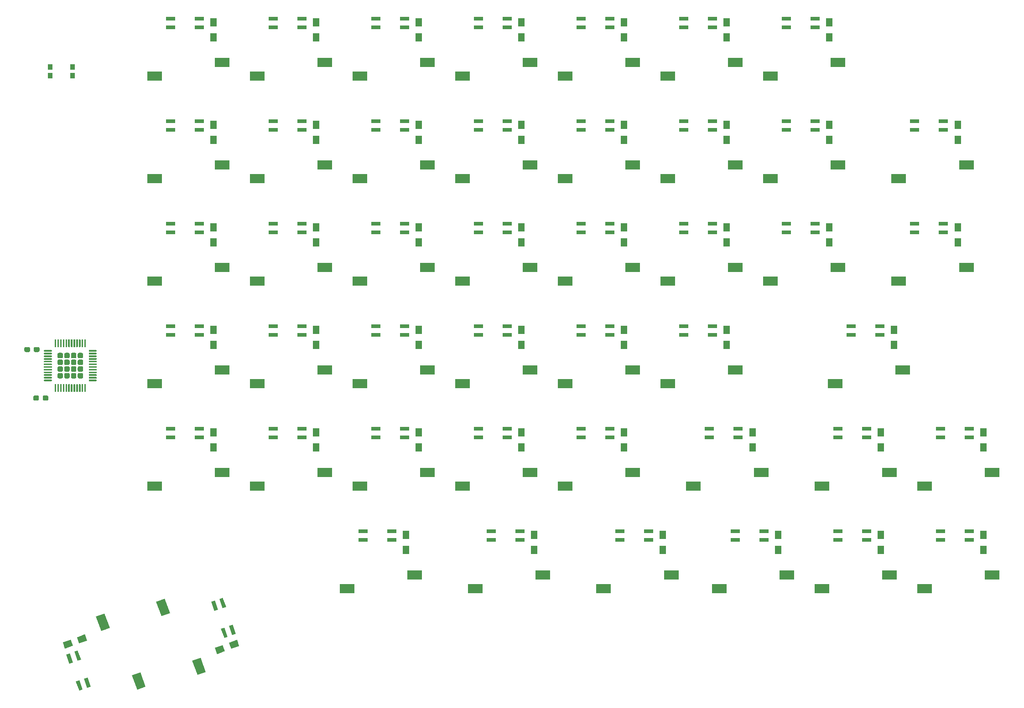
<source format=gbp>
G04 #@! TF.GenerationSoftware,KiCad,Pcbnew,(5.1.6)-1*
G04 #@! TF.CreationDate,2020-11-25T22:12:27-08:00*
G04 #@! TF.ProjectId,ortho_right,6f727468-6f5f-4726-9967-68742e6b6963,rev?*
G04 #@! TF.SameCoordinates,Original*
G04 #@! TF.FileFunction,Paste,Bot*
G04 #@! TF.FilePolarity,Positive*
%FSLAX46Y46*%
G04 Gerber Fmt 4.6, Leading zero omitted, Abs format (unit mm)*
G04 Created by KiCad (PCBNEW (5.1.6)-1) date 2020-11-25 22:12:27*
%MOMM*%
%LPD*%
G01*
G04 APERTURE LIST*
%ADD10R,1.800000X0.700000*%
%ADD11R,2.800000X1.700000*%
%ADD12R,1.200000X1.600000*%
%ADD13C,0.150000*%
%ADD14R,0.900000X1.000000*%
G04 APERTURE END LIST*
G36*
G01*
X218447100Y-84047000D02*
X218957100Y-84047000D01*
G75*
G02*
X219207100Y-84297000I0J-250000D01*
G01*
X219207100Y-84807000D01*
G75*
G02*
X218957100Y-85057000I-250000J0D01*
G01*
X218447100Y-85057000D01*
G75*
G02*
X218197100Y-84807000I0J250000D01*
G01*
X218197100Y-84297000D01*
G75*
G02*
X218447100Y-84047000I250000J0D01*
G01*
G37*
G36*
G01*
X217197100Y-84047000D02*
X217707100Y-84047000D01*
G75*
G02*
X217957100Y-84297000I0J-250000D01*
G01*
X217957100Y-84807000D01*
G75*
G02*
X217707100Y-85057000I-250000J0D01*
G01*
X217197100Y-85057000D01*
G75*
G02*
X216947100Y-84807000I0J250000D01*
G01*
X216947100Y-84297000D01*
G75*
G02*
X217197100Y-84047000I250000J0D01*
G01*
G37*
G36*
G01*
X215947100Y-84047000D02*
X216457100Y-84047000D01*
G75*
G02*
X216707100Y-84297000I0J-250000D01*
G01*
X216707100Y-84807000D01*
G75*
G02*
X216457100Y-85057000I-250000J0D01*
G01*
X215947100Y-85057000D01*
G75*
G02*
X215697100Y-84807000I0J250000D01*
G01*
X215697100Y-84297000D01*
G75*
G02*
X215947100Y-84047000I250000J0D01*
G01*
G37*
G36*
G01*
X214697100Y-84047000D02*
X215207100Y-84047000D01*
G75*
G02*
X215457100Y-84297000I0J-250000D01*
G01*
X215457100Y-84807000D01*
G75*
G02*
X215207100Y-85057000I-250000J0D01*
G01*
X214697100Y-85057000D01*
G75*
G02*
X214447100Y-84807000I0J250000D01*
G01*
X214447100Y-84297000D01*
G75*
G02*
X214697100Y-84047000I250000J0D01*
G01*
G37*
G36*
G01*
X218447100Y-82797000D02*
X218957100Y-82797000D01*
G75*
G02*
X219207100Y-83047000I0J-250000D01*
G01*
X219207100Y-83557000D01*
G75*
G02*
X218957100Y-83807000I-250000J0D01*
G01*
X218447100Y-83807000D01*
G75*
G02*
X218197100Y-83557000I0J250000D01*
G01*
X218197100Y-83047000D01*
G75*
G02*
X218447100Y-82797000I250000J0D01*
G01*
G37*
G36*
G01*
X217197100Y-82797000D02*
X217707100Y-82797000D01*
G75*
G02*
X217957100Y-83047000I0J-250000D01*
G01*
X217957100Y-83557000D01*
G75*
G02*
X217707100Y-83807000I-250000J0D01*
G01*
X217197100Y-83807000D01*
G75*
G02*
X216947100Y-83557000I0J250000D01*
G01*
X216947100Y-83047000D01*
G75*
G02*
X217197100Y-82797000I250000J0D01*
G01*
G37*
G36*
G01*
X215947100Y-82797000D02*
X216457100Y-82797000D01*
G75*
G02*
X216707100Y-83047000I0J-250000D01*
G01*
X216707100Y-83557000D01*
G75*
G02*
X216457100Y-83807000I-250000J0D01*
G01*
X215947100Y-83807000D01*
G75*
G02*
X215697100Y-83557000I0J250000D01*
G01*
X215697100Y-83047000D01*
G75*
G02*
X215947100Y-82797000I250000J0D01*
G01*
G37*
G36*
G01*
X214697100Y-82797000D02*
X215207100Y-82797000D01*
G75*
G02*
X215457100Y-83047000I0J-250000D01*
G01*
X215457100Y-83557000D01*
G75*
G02*
X215207100Y-83807000I-250000J0D01*
G01*
X214697100Y-83807000D01*
G75*
G02*
X214447100Y-83557000I0J250000D01*
G01*
X214447100Y-83047000D01*
G75*
G02*
X214697100Y-82797000I250000J0D01*
G01*
G37*
G36*
G01*
X218447100Y-81547000D02*
X218957100Y-81547000D01*
G75*
G02*
X219207100Y-81797000I0J-250000D01*
G01*
X219207100Y-82307000D01*
G75*
G02*
X218957100Y-82557000I-250000J0D01*
G01*
X218447100Y-82557000D01*
G75*
G02*
X218197100Y-82307000I0J250000D01*
G01*
X218197100Y-81797000D01*
G75*
G02*
X218447100Y-81547000I250000J0D01*
G01*
G37*
G36*
G01*
X217197100Y-81547000D02*
X217707100Y-81547000D01*
G75*
G02*
X217957100Y-81797000I0J-250000D01*
G01*
X217957100Y-82307000D01*
G75*
G02*
X217707100Y-82557000I-250000J0D01*
G01*
X217197100Y-82557000D01*
G75*
G02*
X216947100Y-82307000I0J250000D01*
G01*
X216947100Y-81797000D01*
G75*
G02*
X217197100Y-81547000I250000J0D01*
G01*
G37*
G36*
G01*
X215947100Y-81547000D02*
X216457100Y-81547000D01*
G75*
G02*
X216707100Y-81797000I0J-250000D01*
G01*
X216707100Y-82307000D01*
G75*
G02*
X216457100Y-82557000I-250000J0D01*
G01*
X215947100Y-82557000D01*
G75*
G02*
X215697100Y-82307000I0J250000D01*
G01*
X215697100Y-81797000D01*
G75*
G02*
X215947100Y-81547000I250000J0D01*
G01*
G37*
G36*
G01*
X214697100Y-81547000D02*
X215207100Y-81547000D01*
G75*
G02*
X215457100Y-81797000I0J-250000D01*
G01*
X215457100Y-82307000D01*
G75*
G02*
X215207100Y-82557000I-250000J0D01*
G01*
X214697100Y-82557000D01*
G75*
G02*
X214447100Y-82307000I0J250000D01*
G01*
X214447100Y-81797000D01*
G75*
G02*
X214697100Y-81547000I250000J0D01*
G01*
G37*
G36*
G01*
X218447100Y-80297000D02*
X218957100Y-80297000D01*
G75*
G02*
X219207100Y-80547000I0J-250000D01*
G01*
X219207100Y-81057000D01*
G75*
G02*
X218957100Y-81307000I-250000J0D01*
G01*
X218447100Y-81307000D01*
G75*
G02*
X218197100Y-81057000I0J250000D01*
G01*
X218197100Y-80547000D01*
G75*
G02*
X218447100Y-80297000I250000J0D01*
G01*
G37*
G36*
G01*
X217197100Y-80297000D02*
X217707100Y-80297000D01*
G75*
G02*
X217957100Y-80547000I0J-250000D01*
G01*
X217957100Y-81057000D01*
G75*
G02*
X217707100Y-81307000I-250000J0D01*
G01*
X217197100Y-81307000D01*
G75*
G02*
X216947100Y-81057000I0J250000D01*
G01*
X216947100Y-80547000D01*
G75*
G02*
X217197100Y-80297000I250000J0D01*
G01*
G37*
G36*
G01*
X215947100Y-80297000D02*
X216457100Y-80297000D01*
G75*
G02*
X216707100Y-80547000I0J-250000D01*
G01*
X216707100Y-81057000D01*
G75*
G02*
X216457100Y-81307000I-250000J0D01*
G01*
X215947100Y-81307000D01*
G75*
G02*
X215697100Y-81057000I0J250000D01*
G01*
X215697100Y-80547000D01*
G75*
G02*
X215947100Y-80297000I250000J0D01*
G01*
G37*
G36*
G01*
X214697100Y-80297000D02*
X215207100Y-80297000D01*
G75*
G02*
X215457100Y-80547000I0J-250000D01*
G01*
X215457100Y-81057000D01*
G75*
G02*
X215207100Y-81307000I-250000J0D01*
G01*
X214697100Y-81307000D01*
G75*
G02*
X214447100Y-81057000I0J250000D01*
G01*
X214447100Y-80547000D01*
G75*
G02*
X214697100Y-80297000I250000J0D01*
G01*
G37*
G36*
G01*
X212002100Y-79777000D02*
X213327100Y-79777000D01*
G75*
G02*
X213402100Y-79852000I0J-75000D01*
G01*
X213402100Y-80002000D01*
G75*
G02*
X213327100Y-80077000I-75000J0D01*
G01*
X212002100Y-80077000D01*
G75*
G02*
X211927100Y-80002000I0J75000D01*
G01*
X211927100Y-79852000D01*
G75*
G02*
X212002100Y-79777000I75000J0D01*
G01*
G37*
G36*
G01*
X212002100Y-80277000D02*
X213327100Y-80277000D01*
G75*
G02*
X213402100Y-80352000I0J-75000D01*
G01*
X213402100Y-80502000D01*
G75*
G02*
X213327100Y-80577000I-75000J0D01*
G01*
X212002100Y-80577000D01*
G75*
G02*
X211927100Y-80502000I0J75000D01*
G01*
X211927100Y-80352000D01*
G75*
G02*
X212002100Y-80277000I75000J0D01*
G01*
G37*
G36*
G01*
X212002100Y-80777000D02*
X213327100Y-80777000D01*
G75*
G02*
X213402100Y-80852000I0J-75000D01*
G01*
X213402100Y-81002000D01*
G75*
G02*
X213327100Y-81077000I-75000J0D01*
G01*
X212002100Y-81077000D01*
G75*
G02*
X211927100Y-81002000I0J75000D01*
G01*
X211927100Y-80852000D01*
G75*
G02*
X212002100Y-80777000I75000J0D01*
G01*
G37*
G36*
G01*
X212002100Y-81277000D02*
X213327100Y-81277000D01*
G75*
G02*
X213402100Y-81352000I0J-75000D01*
G01*
X213402100Y-81502000D01*
G75*
G02*
X213327100Y-81577000I-75000J0D01*
G01*
X212002100Y-81577000D01*
G75*
G02*
X211927100Y-81502000I0J75000D01*
G01*
X211927100Y-81352000D01*
G75*
G02*
X212002100Y-81277000I75000J0D01*
G01*
G37*
G36*
G01*
X212002100Y-81777000D02*
X213327100Y-81777000D01*
G75*
G02*
X213402100Y-81852000I0J-75000D01*
G01*
X213402100Y-82002000D01*
G75*
G02*
X213327100Y-82077000I-75000J0D01*
G01*
X212002100Y-82077000D01*
G75*
G02*
X211927100Y-82002000I0J75000D01*
G01*
X211927100Y-81852000D01*
G75*
G02*
X212002100Y-81777000I75000J0D01*
G01*
G37*
G36*
G01*
X212002100Y-82277000D02*
X213327100Y-82277000D01*
G75*
G02*
X213402100Y-82352000I0J-75000D01*
G01*
X213402100Y-82502000D01*
G75*
G02*
X213327100Y-82577000I-75000J0D01*
G01*
X212002100Y-82577000D01*
G75*
G02*
X211927100Y-82502000I0J75000D01*
G01*
X211927100Y-82352000D01*
G75*
G02*
X212002100Y-82277000I75000J0D01*
G01*
G37*
G36*
G01*
X212002100Y-82777000D02*
X213327100Y-82777000D01*
G75*
G02*
X213402100Y-82852000I0J-75000D01*
G01*
X213402100Y-83002000D01*
G75*
G02*
X213327100Y-83077000I-75000J0D01*
G01*
X212002100Y-83077000D01*
G75*
G02*
X211927100Y-83002000I0J75000D01*
G01*
X211927100Y-82852000D01*
G75*
G02*
X212002100Y-82777000I75000J0D01*
G01*
G37*
G36*
G01*
X212002100Y-83277000D02*
X213327100Y-83277000D01*
G75*
G02*
X213402100Y-83352000I0J-75000D01*
G01*
X213402100Y-83502000D01*
G75*
G02*
X213327100Y-83577000I-75000J0D01*
G01*
X212002100Y-83577000D01*
G75*
G02*
X211927100Y-83502000I0J75000D01*
G01*
X211927100Y-83352000D01*
G75*
G02*
X212002100Y-83277000I75000J0D01*
G01*
G37*
G36*
G01*
X212002100Y-83777000D02*
X213327100Y-83777000D01*
G75*
G02*
X213402100Y-83852000I0J-75000D01*
G01*
X213402100Y-84002000D01*
G75*
G02*
X213327100Y-84077000I-75000J0D01*
G01*
X212002100Y-84077000D01*
G75*
G02*
X211927100Y-84002000I0J75000D01*
G01*
X211927100Y-83852000D01*
G75*
G02*
X212002100Y-83777000I75000J0D01*
G01*
G37*
G36*
G01*
X212002100Y-84277000D02*
X213327100Y-84277000D01*
G75*
G02*
X213402100Y-84352000I0J-75000D01*
G01*
X213402100Y-84502000D01*
G75*
G02*
X213327100Y-84577000I-75000J0D01*
G01*
X212002100Y-84577000D01*
G75*
G02*
X211927100Y-84502000I0J75000D01*
G01*
X211927100Y-84352000D01*
G75*
G02*
X212002100Y-84277000I75000J0D01*
G01*
G37*
G36*
G01*
X212002100Y-84777000D02*
X213327100Y-84777000D01*
G75*
G02*
X213402100Y-84852000I0J-75000D01*
G01*
X213402100Y-85002000D01*
G75*
G02*
X213327100Y-85077000I-75000J0D01*
G01*
X212002100Y-85077000D01*
G75*
G02*
X211927100Y-85002000I0J75000D01*
G01*
X211927100Y-84852000D01*
G75*
G02*
X212002100Y-84777000I75000J0D01*
G01*
G37*
G36*
G01*
X212002100Y-85277000D02*
X213327100Y-85277000D01*
G75*
G02*
X213402100Y-85352000I0J-75000D01*
G01*
X213402100Y-85502000D01*
G75*
G02*
X213327100Y-85577000I-75000J0D01*
G01*
X212002100Y-85577000D01*
G75*
G02*
X211927100Y-85502000I0J75000D01*
G01*
X211927100Y-85352000D01*
G75*
G02*
X212002100Y-85277000I75000J0D01*
G01*
G37*
G36*
G01*
X214002100Y-86102000D02*
X214152100Y-86102000D01*
G75*
G02*
X214227100Y-86177000I0J-75000D01*
G01*
X214227100Y-87502000D01*
G75*
G02*
X214152100Y-87577000I-75000J0D01*
G01*
X214002100Y-87577000D01*
G75*
G02*
X213927100Y-87502000I0J75000D01*
G01*
X213927100Y-86177000D01*
G75*
G02*
X214002100Y-86102000I75000J0D01*
G01*
G37*
G36*
G01*
X214502100Y-86102000D02*
X214652100Y-86102000D01*
G75*
G02*
X214727100Y-86177000I0J-75000D01*
G01*
X214727100Y-87502000D01*
G75*
G02*
X214652100Y-87577000I-75000J0D01*
G01*
X214502100Y-87577000D01*
G75*
G02*
X214427100Y-87502000I0J75000D01*
G01*
X214427100Y-86177000D01*
G75*
G02*
X214502100Y-86102000I75000J0D01*
G01*
G37*
G36*
G01*
X215002100Y-86102000D02*
X215152100Y-86102000D01*
G75*
G02*
X215227100Y-86177000I0J-75000D01*
G01*
X215227100Y-87502000D01*
G75*
G02*
X215152100Y-87577000I-75000J0D01*
G01*
X215002100Y-87577000D01*
G75*
G02*
X214927100Y-87502000I0J75000D01*
G01*
X214927100Y-86177000D01*
G75*
G02*
X215002100Y-86102000I75000J0D01*
G01*
G37*
G36*
G01*
X215502100Y-86102000D02*
X215652100Y-86102000D01*
G75*
G02*
X215727100Y-86177000I0J-75000D01*
G01*
X215727100Y-87502000D01*
G75*
G02*
X215652100Y-87577000I-75000J0D01*
G01*
X215502100Y-87577000D01*
G75*
G02*
X215427100Y-87502000I0J75000D01*
G01*
X215427100Y-86177000D01*
G75*
G02*
X215502100Y-86102000I75000J0D01*
G01*
G37*
G36*
G01*
X216002100Y-86102000D02*
X216152100Y-86102000D01*
G75*
G02*
X216227100Y-86177000I0J-75000D01*
G01*
X216227100Y-87502000D01*
G75*
G02*
X216152100Y-87577000I-75000J0D01*
G01*
X216002100Y-87577000D01*
G75*
G02*
X215927100Y-87502000I0J75000D01*
G01*
X215927100Y-86177000D01*
G75*
G02*
X216002100Y-86102000I75000J0D01*
G01*
G37*
G36*
G01*
X216502100Y-86102000D02*
X216652100Y-86102000D01*
G75*
G02*
X216727100Y-86177000I0J-75000D01*
G01*
X216727100Y-87502000D01*
G75*
G02*
X216652100Y-87577000I-75000J0D01*
G01*
X216502100Y-87577000D01*
G75*
G02*
X216427100Y-87502000I0J75000D01*
G01*
X216427100Y-86177000D01*
G75*
G02*
X216502100Y-86102000I75000J0D01*
G01*
G37*
G36*
G01*
X217002100Y-86102000D02*
X217152100Y-86102000D01*
G75*
G02*
X217227100Y-86177000I0J-75000D01*
G01*
X217227100Y-87502000D01*
G75*
G02*
X217152100Y-87577000I-75000J0D01*
G01*
X217002100Y-87577000D01*
G75*
G02*
X216927100Y-87502000I0J75000D01*
G01*
X216927100Y-86177000D01*
G75*
G02*
X217002100Y-86102000I75000J0D01*
G01*
G37*
G36*
G01*
X217502100Y-86102000D02*
X217652100Y-86102000D01*
G75*
G02*
X217727100Y-86177000I0J-75000D01*
G01*
X217727100Y-87502000D01*
G75*
G02*
X217652100Y-87577000I-75000J0D01*
G01*
X217502100Y-87577000D01*
G75*
G02*
X217427100Y-87502000I0J75000D01*
G01*
X217427100Y-86177000D01*
G75*
G02*
X217502100Y-86102000I75000J0D01*
G01*
G37*
G36*
G01*
X218002100Y-86102000D02*
X218152100Y-86102000D01*
G75*
G02*
X218227100Y-86177000I0J-75000D01*
G01*
X218227100Y-87502000D01*
G75*
G02*
X218152100Y-87577000I-75000J0D01*
G01*
X218002100Y-87577000D01*
G75*
G02*
X217927100Y-87502000I0J75000D01*
G01*
X217927100Y-86177000D01*
G75*
G02*
X218002100Y-86102000I75000J0D01*
G01*
G37*
G36*
G01*
X218502100Y-86102000D02*
X218652100Y-86102000D01*
G75*
G02*
X218727100Y-86177000I0J-75000D01*
G01*
X218727100Y-87502000D01*
G75*
G02*
X218652100Y-87577000I-75000J0D01*
G01*
X218502100Y-87577000D01*
G75*
G02*
X218427100Y-87502000I0J75000D01*
G01*
X218427100Y-86177000D01*
G75*
G02*
X218502100Y-86102000I75000J0D01*
G01*
G37*
G36*
G01*
X219002100Y-86102000D02*
X219152100Y-86102000D01*
G75*
G02*
X219227100Y-86177000I0J-75000D01*
G01*
X219227100Y-87502000D01*
G75*
G02*
X219152100Y-87577000I-75000J0D01*
G01*
X219002100Y-87577000D01*
G75*
G02*
X218927100Y-87502000I0J75000D01*
G01*
X218927100Y-86177000D01*
G75*
G02*
X219002100Y-86102000I75000J0D01*
G01*
G37*
G36*
G01*
X219502100Y-86102000D02*
X219652100Y-86102000D01*
G75*
G02*
X219727100Y-86177000I0J-75000D01*
G01*
X219727100Y-87502000D01*
G75*
G02*
X219652100Y-87577000I-75000J0D01*
G01*
X219502100Y-87577000D01*
G75*
G02*
X219427100Y-87502000I0J75000D01*
G01*
X219427100Y-86177000D01*
G75*
G02*
X219502100Y-86102000I75000J0D01*
G01*
G37*
G36*
G01*
X220327100Y-85277000D02*
X221652100Y-85277000D01*
G75*
G02*
X221727100Y-85352000I0J-75000D01*
G01*
X221727100Y-85502000D01*
G75*
G02*
X221652100Y-85577000I-75000J0D01*
G01*
X220327100Y-85577000D01*
G75*
G02*
X220252100Y-85502000I0J75000D01*
G01*
X220252100Y-85352000D01*
G75*
G02*
X220327100Y-85277000I75000J0D01*
G01*
G37*
G36*
G01*
X220327100Y-84777000D02*
X221652100Y-84777000D01*
G75*
G02*
X221727100Y-84852000I0J-75000D01*
G01*
X221727100Y-85002000D01*
G75*
G02*
X221652100Y-85077000I-75000J0D01*
G01*
X220327100Y-85077000D01*
G75*
G02*
X220252100Y-85002000I0J75000D01*
G01*
X220252100Y-84852000D01*
G75*
G02*
X220327100Y-84777000I75000J0D01*
G01*
G37*
G36*
G01*
X220327100Y-84277000D02*
X221652100Y-84277000D01*
G75*
G02*
X221727100Y-84352000I0J-75000D01*
G01*
X221727100Y-84502000D01*
G75*
G02*
X221652100Y-84577000I-75000J0D01*
G01*
X220327100Y-84577000D01*
G75*
G02*
X220252100Y-84502000I0J75000D01*
G01*
X220252100Y-84352000D01*
G75*
G02*
X220327100Y-84277000I75000J0D01*
G01*
G37*
G36*
G01*
X220327100Y-83777000D02*
X221652100Y-83777000D01*
G75*
G02*
X221727100Y-83852000I0J-75000D01*
G01*
X221727100Y-84002000D01*
G75*
G02*
X221652100Y-84077000I-75000J0D01*
G01*
X220327100Y-84077000D01*
G75*
G02*
X220252100Y-84002000I0J75000D01*
G01*
X220252100Y-83852000D01*
G75*
G02*
X220327100Y-83777000I75000J0D01*
G01*
G37*
G36*
G01*
X220327100Y-83277000D02*
X221652100Y-83277000D01*
G75*
G02*
X221727100Y-83352000I0J-75000D01*
G01*
X221727100Y-83502000D01*
G75*
G02*
X221652100Y-83577000I-75000J0D01*
G01*
X220327100Y-83577000D01*
G75*
G02*
X220252100Y-83502000I0J75000D01*
G01*
X220252100Y-83352000D01*
G75*
G02*
X220327100Y-83277000I75000J0D01*
G01*
G37*
G36*
G01*
X220327100Y-82777000D02*
X221652100Y-82777000D01*
G75*
G02*
X221727100Y-82852000I0J-75000D01*
G01*
X221727100Y-83002000D01*
G75*
G02*
X221652100Y-83077000I-75000J0D01*
G01*
X220327100Y-83077000D01*
G75*
G02*
X220252100Y-83002000I0J75000D01*
G01*
X220252100Y-82852000D01*
G75*
G02*
X220327100Y-82777000I75000J0D01*
G01*
G37*
G36*
G01*
X220327100Y-82277000D02*
X221652100Y-82277000D01*
G75*
G02*
X221727100Y-82352000I0J-75000D01*
G01*
X221727100Y-82502000D01*
G75*
G02*
X221652100Y-82577000I-75000J0D01*
G01*
X220327100Y-82577000D01*
G75*
G02*
X220252100Y-82502000I0J75000D01*
G01*
X220252100Y-82352000D01*
G75*
G02*
X220327100Y-82277000I75000J0D01*
G01*
G37*
G36*
G01*
X220327100Y-81777000D02*
X221652100Y-81777000D01*
G75*
G02*
X221727100Y-81852000I0J-75000D01*
G01*
X221727100Y-82002000D01*
G75*
G02*
X221652100Y-82077000I-75000J0D01*
G01*
X220327100Y-82077000D01*
G75*
G02*
X220252100Y-82002000I0J75000D01*
G01*
X220252100Y-81852000D01*
G75*
G02*
X220327100Y-81777000I75000J0D01*
G01*
G37*
G36*
G01*
X220327100Y-81277000D02*
X221652100Y-81277000D01*
G75*
G02*
X221727100Y-81352000I0J-75000D01*
G01*
X221727100Y-81502000D01*
G75*
G02*
X221652100Y-81577000I-75000J0D01*
G01*
X220327100Y-81577000D01*
G75*
G02*
X220252100Y-81502000I0J75000D01*
G01*
X220252100Y-81352000D01*
G75*
G02*
X220327100Y-81277000I75000J0D01*
G01*
G37*
G36*
G01*
X220327100Y-80777000D02*
X221652100Y-80777000D01*
G75*
G02*
X221727100Y-80852000I0J-75000D01*
G01*
X221727100Y-81002000D01*
G75*
G02*
X221652100Y-81077000I-75000J0D01*
G01*
X220327100Y-81077000D01*
G75*
G02*
X220252100Y-81002000I0J75000D01*
G01*
X220252100Y-80852000D01*
G75*
G02*
X220327100Y-80777000I75000J0D01*
G01*
G37*
G36*
G01*
X220327100Y-80277000D02*
X221652100Y-80277000D01*
G75*
G02*
X221727100Y-80352000I0J-75000D01*
G01*
X221727100Y-80502000D01*
G75*
G02*
X221652100Y-80577000I-75000J0D01*
G01*
X220327100Y-80577000D01*
G75*
G02*
X220252100Y-80502000I0J75000D01*
G01*
X220252100Y-80352000D01*
G75*
G02*
X220327100Y-80277000I75000J0D01*
G01*
G37*
G36*
G01*
X220327100Y-79777000D02*
X221652100Y-79777000D01*
G75*
G02*
X221727100Y-79852000I0J-75000D01*
G01*
X221727100Y-80002000D01*
G75*
G02*
X221652100Y-80077000I-75000J0D01*
G01*
X220327100Y-80077000D01*
G75*
G02*
X220252100Y-80002000I0J75000D01*
G01*
X220252100Y-79852000D01*
G75*
G02*
X220327100Y-79777000I75000J0D01*
G01*
G37*
G36*
G01*
X219502100Y-77777000D02*
X219652100Y-77777000D01*
G75*
G02*
X219727100Y-77852000I0J-75000D01*
G01*
X219727100Y-79177000D01*
G75*
G02*
X219652100Y-79252000I-75000J0D01*
G01*
X219502100Y-79252000D01*
G75*
G02*
X219427100Y-79177000I0J75000D01*
G01*
X219427100Y-77852000D01*
G75*
G02*
X219502100Y-77777000I75000J0D01*
G01*
G37*
G36*
G01*
X219002100Y-77777000D02*
X219152100Y-77777000D01*
G75*
G02*
X219227100Y-77852000I0J-75000D01*
G01*
X219227100Y-79177000D01*
G75*
G02*
X219152100Y-79252000I-75000J0D01*
G01*
X219002100Y-79252000D01*
G75*
G02*
X218927100Y-79177000I0J75000D01*
G01*
X218927100Y-77852000D01*
G75*
G02*
X219002100Y-77777000I75000J0D01*
G01*
G37*
G36*
G01*
X218502100Y-77777000D02*
X218652100Y-77777000D01*
G75*
G02*
X218727100Y-77852000I0J-75000D01*
G01*
X218727100Y-79177000D01*
G75*
G02*
X218652100Y-79252000I-75000J0D01*
G01*
X218502100Y-79252000D01*
G75*
G02*
X218427100Y-79177000I0J75000D01*
G01*
X218427100Y-77852000D01*
G75*
G02*
X218502100Y-77777000I75000J0D01*
G01*
G37*
G36*
G01*
X218002100Y-77777000D02*
X218152100Y-77777000D01*
G75*
G02*
X218227100Y-77852000I0J-75000D01*
G01*
X218227100Y-79177000D01*
G75*
G02*
X218152100Y-79252000I-75000J0D01*
G01*
X218002100Y-79252000D01*
G75*
G02*
X217927100Y-79177000I0J75000D01*
G01*
X217927100Y-77852000D01*
G75*
G02*
X218002100Y-77777000I75000J0D01*
G01*
G37*
G36*
G01*
X217502100Y-77777000D02*
X217652100Y-77777000D01*
G75*
G02*
X217727100Y-77852000I0J-75000D01*
G01*
X217727100Y-79177000D01*
G75*
G02*
X217652100Y-79252000I-75000J0D01*
G01*
X217502100Y-79252000D01*
G75*
G02*
X217427100Y-79177000I0J75000D01*
G01*
X217427100Y-77852000D01*
G75*
G02*
X217502100Y-77777000I75000J0D01*
G01*
G37*
G36*
G01*
X217002100Y-77777000D02*
X217152100Y-77777000D01*
G75*
G02*
X217227100Y-77852000I0J-75000D01*
G01*
X217227100Y-79177000D01*
G75*
G02*
X217152100Y-79252000I-75000J0D01*
G01*
X217002100Y-79252000D01*
G75*
G02*
X216927100Y-79177000I0J75000D01*
G01*
X216927100Y-77852000D01*
G75*
G02*
X217002100Y-77777000I75000J0D01*
G01*
G37*
G36*
G01*
X216502100Y-77777000D02*
X216652100Y-77777000D01*
G75*
G02*
X216727100Y-77852000I0J-75000D01*
G01*
X216727100Y-79177000D01*
G75*
G02*
X216652100Y-79252000I-75000J0D01*
G01*
X216502100Y-79252000D01*
G75*
G02*
X216427100Y-79177000I0J75000D01*
G01*
X216427100Y-77852000D01*
G75*
G02*
X216502100Y-77777000I75000J0D01*
G01*
G37*
G36*
G01*
X216002100Y-77777000D02*
X216152100Y-77777000D01*
G75*
G02*
X216227100Y-77852000I0J-75000D01*
G01*
X216227100Y-79177000D01*
G75*
G02*
X216152100Y-79252000I-75000J0D01*
G01*
X216002100Y-79252000D01*
G75*
G02*
X215927100Y-79177000I0J75000D01*
G01*
X215927100Y-77852000D01*
G75*
G02*
X216002100Y-77777000I75000J0D01*
G01*
G37*
G36*
G01*
X215502100Y-77777000D02*
X215652100Y-77777000D01*
G75*
G02*
X215727100Y-77852000I0J-75000D01*
G01*
X215727100Y-79177000D01*
G75*
G02*
X215652100Y-79252000I-75000J0D01*
G01*
X215502100Y-79252000D01*
G75*
G02*
X215427100Y-79177000I0J75000D01*
G01*
X215427100Y-77852000D01*
G75*
G02*
X215502100Y-77777000I75000J0D01*
G01*
G37*
G36*
G01*
X215002100Y-77777000D02*
X215152100Y-77777000D01*
G75*
G02*
X215227100Y-77852000I0J-75000D01*
G01*
X215227100Y-79177000D01*
G75*
G02*
X215152100Y-79252000I-75000J0D01*
G01*
X215002100Y-79252000D01*
G75*
G02*
X214927100Y-79177000I0J75000D01*
G01*
X214927100Y-77852000D01*
G75*
G02*
X215002100Y-77777000I75000J0D01*
G01*
G37*
G36*
G01*
X214502100Y-77777000D02*
X214652100Y-77777000D01*
G75*
G02*
X214727100Y-77852000I0J-75000D01*
G01*
X214727100Y-79177000D01*
G75*
G02*
X214652100Y-79252000I-75000J0D01*
G01*
X214502100Y-79252000D01*
G75*
G02*
X214427100Y-79177000I0J75000D01*
G01*
X214427100Y-77852000D01*
G75*
G02*
X214502100Y-77777000I75000J0D01*
G01*
G37*
G36*
G01*
X214002100Y-77777000D02*
X214152100Y-77777000D01*
G75*
G02*
X214227100Y-77852000I0J-75000D01*
G01*
X214227100Y-79177000D01*
G75*
G02*
X214152100Y-79252000I-75000J0D01*
G01*
X214002100Y-79252000D01*
G75*
G02*
X213927100Y-79177000I0J75000D01*
G01*
X213927100Y-77852000D01*
G75*
G02*
X214002100Y-77777000I75000J0D01*
G01*
G37*
G36*
G01*
X211003400Y-88459300D02*
X211003400Y-88934300D01*
G75*
G02*
X210765900Y-89171800I-237500J0D01*
G01*
X210190900Y-89171800D01*
G75*
G02*
X209953400Y-88934300I0J237500D01*
G01*
X209953400Y-88459300D01*
G75*
G02*
X210190900Y-88221800I237500J0D01*
G01*
X210765900Y-88221800D01*
G75*
G02*
X211003400Y-88459300I0J-237500D01*
G01*
G37*
G36*
G01*
X212753400Y-88459300D02*
X212753400Y-88934300D01*
G75*
G02*
X212515900Y-89171800I-237500J0D01*
G01*
X211940900Y-89171800D01*
G75*
G02*
X211703400Y-88934300I0J237500D01*
G01*
X211703400Y-88459300D01*
G75*
G02*
X211940900Y-88221800I237500J0D01*
G01*
X212515900Y-88221800D01*
G75*
G02*
X212753400Y-88459300I0J-237500D01*
G01*
G37*
G36*
G01*
X209352400Y-79442300D02*
X209352400Y-79917300D01*
G75*
G02*
X209114900Y-80154800I-237500J0D01*
G01*
X208539900Y-80154800D01*
G75*
G02*
X208302400Y-79917300I0J237500D01*
G01*
X208302400Y-79442300D01*
G75*
G02*
X208539900Y-79204800I237500J0D01*
G01*
X209114900Y-79204800D01*
G75*
G02*
X209352400Y-79442300I0J-237500D01*
G01*
G37*
G36*
G01*
X211102400Y-79442300D02*
X211102400Y-79917300D01*
G75*
G02*
X210864900Y-80154800I-237500J0D01*
G01*
X210289900Y-80154800D01*
G75*
G02*
X210052400Y-79917300I0J237500D01*
G01*
X210052400Y-79442300D01*
G75*
G02*
X210289900Y-79204800I237500J0D01*
G01*
X210864900Y-79204800D01*
G75*
G02*
X211102400Y-79442300I0J-237500D01*
G01*
G37*
D10*
X361738600Y-76962500D03*
X367072600Y-76962500D03*
X361738600Y-75362500D03*
X367072600Y-75362500D03*
D11*
X358765600Y-86042500D03*
X371315600Y-83502500D03*
D12*
X369703693Y-76007340D03*
X369703693Y-78807340D03*
D13*
G36*
X244038230Y-136266381D02*
G01*
X243627806Y-135138750D01*
X245131314Y-134591517D01*
X245541738Y-135719148D01*
X244038230Y-136266381D01*
G37*
G36*
X246669370Y-135308724D02*
G01*
X246258946Y-134181093D01*
X247762454Y-133633860D01*
X248172878Y-134761491D01*
X246669370Y-135308724D01*
G37*
G36*
X242001637Y-139574338D02*
G01*
X240404159Y-140155772D01*
X239446503Y-137524632D01*
X241043981Y-136943198D01*
X242001637Y-139574338D01*
G37*
G36*
X235322465Y-128649927D02*
G01*
X233724987Y-129231361D01*
X232767331Y-126600221D01*
X234364809Y-126018787D01*
X235322465Y-128649927D01*
G37*
G36*
X247558687Y-132504341D02*
G01*
X246900902Y-132743755D01*
X246285265Y-131052309D01*
X246943050Y-130812895D01*
X247558687Y-132504341D01*
G37*
G36*
X245734352Y-127492021D02*
G01*
X245076567Y-127731435D01*
X244460930Y-126039989D01*
X245118715Y-125800575D01*
X245734352Y-127492021D01*
G37*
G36*
X246055179Y-133051574D02*
G01*
X245397394Y-133290988D01*
X244781757Y-131599542D01*
X245439542Y-131360128D01*
X246055179Y-133051574D01*
G37*
G36*
X244230844Y-128039253D02*
G01*
X243573059Y-128278667D01*
X242957422Y-126587221D01*
X243615207Y-126347807D01*
X244230844Y-128039253D01*
G37*
G36*
X219555686Y-132624059D02*
G01*
X219966110Y-133751690D01*
X218462602Y-134298923D01*
X218052178Y-133171292D01*
X219555686Y-132624059D01*
G37*
G36*
X216924546Y-133581716D02*
G01*
X217334970Y-134709347D01*
X215831462Y-135256580D01*
X215421038Y-134128949D01*
X216924546Y-133581716D01*
G37*
G36*
X221592279Y-129316102D02*
G01*
X223189757Y-128734668D01*
X224147413Y-131365808D01*
X222549935Y-131947242D01*
X221592279Y-129316102D01*
G37*
G36*
X228271451Y-140240513D02*
G01*
X229868929Y-139659079D01*
X230826585Y-142290219D01*
X229229107Y-142871653D01*
X228271451Y-140240513D01*
G37*
G36*
X216035229Y-136386099D02*
G01*
X216693014Y-136146685D01*
X217308651Y-137838131D01*
X216650866Y-138077545D01*
X216035229Y-136386099D01*
G37*
G36*
X217859564Y-141398419D02*
G01*
X218517349Y-141159005D01*
X219132986Y-142850451D01*
X218475201Y-143089865D01*
X217859564Y-141398419D01*
G37*
G36*
X217538737Y-135838866D02*
G01*
X218196522Y-135599452D01*
X218812159Y-137290898D01*
X218154374Y-137530312D01*
X217538737Y-135838866D01*
G37*
G36*
X219363072Y-140851187D02*
G01*
X220020857Y-140611773D01*
X220636494Y-142303219D01*
X219978709Y-142542633D01*
X219363072Y-140851187D01*
G37*
D10*
X378333000Y-96012500D03*
X383667000Y-96012500D03*
X378333000Y-94412500D03*
X383667000Y-94412500D03*
D11*
X375360000Y-105092500D03*
X387910000Y-102552500D03*
D12*
X386298093Y-95057340D03*
X386298093Y-97857340D03*
D10*
X359283000Y-96012500D03*
X364617000Y-96012500D03*
X359283000Y-94412500D03*
X364617000Y-94412500D03*
D11*
X356310000Y-105092500D03*
X368860000Y-102552500D03*
D12*
X367248093Y-95057340D03*
X367248093Y-97857340D03*
X343436093Y-97857340D03*
X343436093Y-95057340D03*
D11*
X345048000Y-102552500D03*
X332498000Y-105092500D03*
D10*
X340805000Y-94412500D03*
X335471000Y-94412500D03*
X340805000Y-96012500D03*
X335471000Y-96012500D03*
X349758000Y-19812500D03*
X355092000Y-19812500D03*
X349758000Y-18212500D03*
X355092000Y-18212500D03*
D11*
X346785000Y-28892500D03*
X359335000Y-26352500D03*
D12*
X357723093Y-18857340D03*
X357723093Y-21657340D03*
D10*
X378333000Y-115062500D03*
X383667000Y-115062500D03*
X378333000Y-113462500D03*
X383667000Y-113462500D03*
D11*
X375360000Y-124142500D03*
X387910000Y-121602500D03*
D12*
X386298093Y-114107340D03*
X386298093Y-116907340D03*
D10*
X359283000Y-115062500D03*
X364617000Y-115062500D03*
X359283000Y-113462500D03*
X364617000Y-113462500D03*
D11*
X356310000Y-124142500D03*
X368860000Y-121602500D03*
D12*
X367248093Y-114107340D03*
X367248093Y-116907340D03*
D10*
X340233000Y-115062500D03*
X345567000Y-115062500D03*
X340233000Y-113462500D03*
X345567000Y-113462500D03*
D11*
X337260000Y-124142500D03*
X349810000Y-121602500D03*
D12*
X348198093Y-114107340D03*
X348198093Y-116907340D03*
D10*
X318801500Y-115062500D03*
X324135500Y-115062500D03*
X318801500Y-113462500D03*
X324135500Y-113462500D03*
D11*
X315828500Y-124142500D03*
X328378500Y-121602500D03*
D12*
X326766593Y-114107340D03*
X326766593Y-116907340D03*
D10*
X235458000Y-96012500D03*
X240792000Y-96012500D03*
X235458000Y-94412500D03*
X240792000Y-94412500D03*
D11*
X232485000Y-105092500D03*
X245035000Y-102552500D03*
D12*
X243423093Y-95057340D03*
X243423093Y-97857340D03*
D10*
X235458000Y-76962500D03*
X240792000Y-76962500D03*
X235458000Y-75362500D03*
X240792000Y-75362500D03*
D11*
X232485000Y-86042500D03*
X245035000Y-83502500D03*
D12*
X243423093Y-76007340D03*
X243423093Y-78807340D03*
X381536093Y-59757340D03*
X381536093Y-56957340D03*
D11*
X383148000Y-64452500D03*
X370598000Y-66992500D03*
D10*
X378905000Y-56312500D03*
X373571000Y-56312500D03*
X378905000Y-57912500D03*
X373571000Y-57912500D03*
X235458000Y-57912500D03*
X240792000Y-57912500D03*
X235458000Y-56312500D03*
X240792000Y-56312500D03*
D11*
X232485000Y-66992500D03*
X245035000Y-64452500D03*
D12*
X243423093Y-56957340D03*
X243423093Y-59757340D03*
X381536093Y-40707340D03*
X381536093Y-37907340D03*
D11*
X383148000Y-45402500D03*
X370598000Y-47942500D03*
D10*
X378905000Y-37262500D03*
X373571000Y-37262500D03*
X378905000Y-38862500D03*
X373571000Y-38862500D03*
X235458000Y-38862500D03*
X240792000Y-38862500D03*
X235458000Y-37262500D03*
X240792000Y-37262500D03*
D11*
X232485000Y-47942500D03*
X245035000Y-45402500D03*
D12*
X243423093Y-37907340D03*
X243423093Y-40707340D03*
D10*
X235458000Y-19812500D03*
X240792000Y-19812500D03*
X235458000Y-18212500D03*
X240792000Y-18212500D03*
D11*
X232485000Y-28892500D03*
X245035000Y-26352500D03*
D12*
X243423093Y-18857340D03*
X243423093Y-21657340D03*
D14*
X217226100Y-27165400D03*
X217226100Y-28765400D03*
X213126100Y-27165400D03*
X213126100Y-28765400D03*
D10*
X294989000Y-115062500D03*
X300323000Y-115062500D03*
X294989000Y-113462500D03*
X300323000Y-113462500D03*
D11*
X292016000Y-124142500D03*
X304566000Y-121602500D03*
D12*
X302954093Y-114107340D03*
X302954093Y-116907340D03*
D10*
X271176500Y-115062500D03*
X276510500Y-115062500D03*
X271176500Y-113462500D03*
X276510500Y-113462500D03*
D11*
X268203500Y-124142500D03*
X280753500Y-121602500D03*
D12*
X279141593Y-114107340D03*
X279141593Y-116907340D03*
D10*
X311658000Y-96012500D03*
X316992000Y-96012500D03*
X311658000Y-94412500D03*
X316992000Y-94412500D03*
D11*
X308685000Y-105092500D03*
X321235000Y-102552500D03*
D12*
X319623093Y-95057340D03*
X319623093Y-97857340D03*
D10*
X292608000Y-96012500D03*
X297942000Y-96012500D03*
X292608000Y-94412500D03*
X297942000Y-94412500D03*
D11*
X289635000Y-105092500D03*
X302185000Y-102552500D03*
D12*
X300573093Y-95057340D03*
X300573093Y-97857340D03*
D10*
X273558000Y-96012500D03*
X278892000Y-96012500D03*
X273558000Y-94412500D03*
X278892000Y-94412500D03*
D11*
X270585000Y-105092500D03*
X283135000Y-102552500D03*
D12*
X281523093Y-95057340D03*
X281523093Y-97857340D03*
D10*
X254508000Y-96012500D03*
X259842000Y-96012500D03*
X254508000Y-94412500D03*
X259842000Y-94412500D03*
D11*
X251535000Y-105092500D03*
X264085000Y-102552500D03*
D12*
X262473093Y-95057340D03*
X262473093Y-97857340D03*
D10*
X330708000Y-76962500D03*
X336042000Y-76962500D03*
X330708000Y-75362500D03*
X336042000Y-75362500D03*
D11*
X327735000Y-86042500D03*
X340285000Y-83502500D03*
D12*
X338673093Y-76007340D03*
X338673093Y-78807340D03*
D10*
X311658000Y-76962500D03*
X316992000Y-76962500D03*
X311658000Y-75362500D03*
X316992000Y-75362500D03*
D11*
X308685000Y-86042500D03*
X321235000Y-83502500D03*
D12*
X319623093Y-76007340D03*
X319623093Y-78807340D03*
D10*
X292608000Y-76962500D03*
X297942000Y-76962500D03*
X292608000Y-75362500D03*
X297942000Y-75362500D03*
D11*
X289635000Y-86042500D03*
X302185000Y-83502500D03*
D12*
X300573093Y-76007340D03*
X300573093Y-78807340D03*
D10*
X273558000Y-76962500D03*
X278892000Y-76962500D03*
X273558000Y-75362500D03*
X278892000Y-75362500D03*
D11*
X270585000Y-86042500D03*
X283135000Y-83502500D03*
D12*
X281523093Y-76007340D03*
X281523093Y-78807340D03*
D10*
X254508000Y-76962500D03*
X259842000Y-76962500D03*
X254508000Y-75362500D03*
X259842000Y-75362500D03*
D11*
X251535000Y-86042500D03*
X264085000Y-83502500D03*
D12*
X262473093Y-76007340D03*
X262473093Y-78807340D03*
D10*
X349758000Y-57912500D03*
X355092000Y-57912500D03*
X349758000Y-56312500D03*
X355092000Y-56312500D03*
D11*
X346785000Y-66992500D03*
X359335000Y-64452500D03*
D12*
X357723093Y-56957340D03*
X357723093Y-59757340D03*
D10*
X330708000Y-57912500D03*
X336042000Y-57912500D03*
X330708000Y-56312500D03*
X336042000Y-56312500D03*
D11*
X327735000Y-66992500D03*
X340285000Y-64452500D03*
D12*
X338673093Y-56957340D03*
X338673093Y-59757340D03*
D10*
X311658000Y-57912500D03*
X316992000Y-57912500D03*
X311658000Y-56312500D03*
X316992000Y-56312500D03*
D11*
X308685000Y-66992500D03*
X321235000Y-64452500D03*
D12*
X319623093Y-56957340D03*
X319623093Y-59757340D03*
D10*
X292608000Y-57912500D03*
X297942000Y-57912500D03*
X292608000Y-56312500D03*
X297942000Y-56312500D03*
D11*
X289635000Y-66992500D03*
X302185000Y-64452500D03*
D12*
X300573093Y-56957340D03*
X300573093Y-59757340D03*
D10*
X273558000Y-57912500D03*
X278892000Y-57912500D03*
X273558000Y-56312500D03*
X278892000Y-56312500D03*
D11*
X270585000Y-66992500D03*
X283135000Y-64452500D03*
D12*
X281523093Y-56957340D03*
X281523093Y-59757340D03*
D10*
X254508000Y-57912500D03*
X259842000Y-57912500D03*
X254508000Y-56312500D03*
X259842000Y-56312500D03*
D11*
X251535000Y-66992500D03*
X264085000Y-64452500D03*
D12*
X262473093Y-56957340D03*
X262473093Y-59757340D03*
D10*
X349758000Y-38862500D03*
X355092000Y-38862500D03*
X349758000Y-37262500D03*
X355092000Y-37262500D03*
D11*
X346785000Y-47942500D03*
X359335000Y-45402500D03*
D12*
X357723093Y-37907340D03*
X357723093Y-40707340D03*
D10*
X330708000Y-38862500D03*
X336042000Y-38862500D03*
X330708000Y-37262500D03*
X336042000Y-37262500D03*
D11*
X327735000Y-47942500D03*
X340285000Y-45402500D03*
D12*
X338673093Y-37907340D03*
X338673093Y-40707340D03*
D10*
X311658000Y-38862500D03*
X316992000Y-38862500D03*
X311658000Y-37262500D03*
X316992000Y-37262500D03*
D11*
X308685000Y-47942500D03*
X321235000Y-45402500D03*
D12*
X319623093Y-37907340D03*
X319623093Y-40707340D03*
D10*
X292608000Y-38862500D03*
X297942000Y-38862500D03*
X292608000Y-37262500D03*
X297942000Y-37262500D03*
D11*
X289635000Y-47942500D03*
X302185000Y-45402500D03*
D12*
X300573093Y-37907340D03*
X300573093Y-40707340D03*
D10*
X273558000Y-38862500D03*
X278892000Y-38862500D03*
X273558000Y-37262500D03*
X278892000Y-37262500D03*
D11*
X270585000Y-47942500D03*
X283135000Y-45402500D03*
D12*
X281523093Y-37907340D03*
X281523093Y-40707340D03*
D10*
X254508000Y-38862500D03*
X259842000Y-38862500D03*
X254508000Y-37262500D03*
X259842000Y-37262500D03*
D11*
X251535000Y-47942500D03*
X264085000Y-45402500D03*
D12*
X262473093Y-37907340D03*
X262473093Y-40707340D03*
D10*
X330708000Y-19812500D03*
X336042000Y-19812500D03*
X330708000Y-18212500D03*
X336042000Y-18212500D03*
D11*
X327735000Y-28892500D03*
X340285000Y-26352500D03*
D12*
X338673093Y-18857340D03*
X338673093Y-21657340D03*
D10*
X311658000Y-19812500D03*
X316992000Y-19812500D03*
X311658000Y-18212500D03*
X316992000Y-18212500D03*
D11*
X308685000Y-28892500D03*
X321235000Y-26352500D03*
D12*
X319623093Y-18857340D03*
X319623093Y-21657340D03*
D10*
X292608000Y-19812500D03*
X297942000Y-19812500D03*
X292608000Y-18212500D03*
X297942000Y-18212500D03*
D11*
X289635000Y-28892500D03*
X302185000Y-26352500D03*
D12*
X300573093Y-18857340D03*
X300573093Y-21657340D03*
D10*
X273558000Y-19812500D03*
X278892000Y-19812500D03*
X273558000Y-18212500D03*
X278892000Y-18212500D03*
D11*
X270585000Y-28892500D03*
X283135000Y-26352500D03*
D12*
X281523093Y-18857340D03*
X281523093Y-21657340D03*
D10*
X254508000Y-19812500D03*
X259842000Y-19812500D03*
X254508000Y-18212500D03*
X259842000Y-18212500D03*
D11*
X251535000Y-28892500D03*
X264085000Y-26352500D03*
D12*
X262473093Y-18857340D03*
X262473093Y-21657340D03*
M02*

</source>
